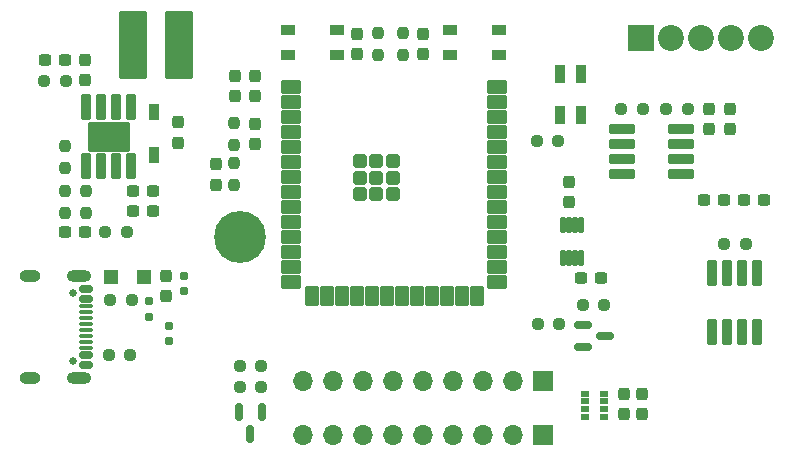
<source format=gbr>
%TF.GenerationSoftware,KiCad,Pcbnew,8.0.5*%
%TF.CreationDate,2024-09-28T10:08:31+02:00*%
%TF.ProjectId,Master,4d617374-6572-42e6-9b69-6361645f7063,rev?*%
%TF.SameCoordinates,Original*%
%TF.FileFunction,Soldermask,Top*%
%TF.FilePolarity,Negative*%
%FSLAX46Y46*%
G04 Gerber Fmt 4.6, Leading zero omitted, Abs format (unit mm)*
G04 Created by KiCad (PCBNEW 8.0.5) date 2024-09-28 10:08:31*
%MOMM*%
%LPD*%
G01*
G04 APERTURE LIST*
G04 Aperture macros list*
%AMRoundRect*
0 Rectangle with rounded corners*
0 $1 Rounding radius*
0 $2 $3 $4 $5 $6 $7 $8 $9 X,Y pos of 4 corners*
0 Add a 4 corners polygon primitive as box body*
4,1,4,$2,$3,$4,$5,$6,$7,$8,$9,$2,$3,0*
0 Add four circle primitives for the rounded corners*
1,1,$1+$1,$2,$3*
1,1,$1+$1,$4,$5*
1,1,$1+$1,$6,$7*
1,1,$1+$1,$8,$9*
0 Add four rect primitives between the rounded corners*
20,1,$1+$1,$2,$3,$4,$5,0*
20,1,$1+$1,$4,$5,$6,$7,0*
20,1,$1+$1,$6,$7,$8,$9,0*
20,1,$1+$1,$8,$9,$2,$3,0*%
G04 Aperture macros list end*
%ADD10RoundRect,0.237500X0.237500X-0.250000X0.237500X0.250000X-0.237500X0.250000X-0.237500X-0.250000X0*%
%ADD11C,0.650000*%
%ADD12RoundRect,0.150000X-0.425000X0.150000X-0.425000X-0.150000X0.425000X-0.150000X0.425000X0.150000X0*%
%ADD13RoundRect,0.075000X-0.500000X0.075000X-0.500000X-0.075000X0.500000X-0.075000X0.500000X0.075000X0*%
%ADD14O,2.100000X1.000000*%
%ADD15O,1.800000X1.000000*%
%ADD16R,1.200000X1.200000*%
%ADD17RoundRect,0.237500X-0.237500X0.300000X-0.237500X-0.300000X0.237500X-0.300000X0.237500X0.300000X0*%
%ADD18RoundRect,0.237500X0.237500X-0.300000X0.237500X0.300000X-0.237500X0.300000X-0.237500X-0.300000X0*%
%ADD19RoundRect,0.150000X-0.150000X0.587500X-0.150000X-0.587500X0.150000X-0.587500X0.150000X0.587500X0*%
%ADD20RoundRect,0.237500X-0.237500X0.287500X-0.237500X-0.287500X0.237500X-0.287500X0.237500X0.287500X0*%
%ADD21RoundRect,0.237500X0.300000X0.237500X-0.300000X0.237500X-0.300000X-0.237500X0.300000X-0.237500X0*%
%ADD22C,0.700000*%
%ADD23C,4.400000*%
%ADD24RoundRect,0.237500X-0.237500X0.250000X-0.237500X-0.250000X0.237500X-0.250000X0.237500X0.250000X0*%
%ADD25RoundRect,0.237500X-0.300000X-0.237500X0.300000X-0.237500X0.300000X0.237500X-0.300000X0.237500X0*%
%ADD26RoundRect,0.237500X-0.250000X-0.237500X0.250000X-0.237500X0.250000X0.237500X-0.250000X0.237500X0*%
%ADD27RoundRect,0.237500X0.250000X0.237500X-0.250000X0.237500X-0.250000X-0.237500X0.250000X-0.237500X0*%
%ADD28RoundRect,0.102000X-0.350000X0.600000X-0.350000X-0.600000X0.350000X-0.600000X0.350000X0.600000X0*%
%ADD29RoundRect,0.102000X0.250000X0.175000X-0.250000X0.175000X-0.250000X-0.175000X0.250000X-0.175000X0*%
%ADD30RoundRect,0.102000X0.200000X-0.240000X0.200000X0.240000X-0.200000X0.240000X-0.200000X-0.240000X0*%
%ADD31RoundRect,0.100500X0.301500X-0.986500X0.301500X0.986500X-0.301500X0.986500X-0.301500X-0.986500X0*%
%ADD32RoundRect,0.059250X-0.177750X0.602750X-0.177750X-0.602750X0.177750X-0.602750X0.177750X0.602750X0*%
%ADD33RoundRect,0.150000X-0.587500X-0.150000X0.587500X-0.150000X0.587500X0.150000X-0.587500X0.150000X0*%
%ADD34R,1.700000X1.700000*%
%ADD35O,1.700000X1.700000*%
%ADD36R,0.850000X1.600000*%
%ADD37RoundRect,0.100500X-0.986500X-0.301500X0.986500X-0.301500X0.986500X0.301500X-0.986500X0.301500X0*%
%ADD38RoundRect,0.102000X-0.750000X-0.450000X0.750000X-0.450000X0.750000X0.450000X-0.750000X0.450000X0*%
%ADD39RoundRect,0.102000X-0.450000X-0.750000X0.450000X-0.750000X0.450000X0.750000X-0.450000X0.750000X0*%
%ADD40RoundRect,0.102000X-0.450000X-0.450000X0.450000X-0.450000X0.450000X0.450000X-0.450000X0.450000X0*%
%ADD41RoundRect,0.102000X-0.200000X0.240000X-0.200000X-0.240000X0.200000X-0.240000X0.200000X0.240000X0*%
%ADD42RoundRect,0.102000X-0.525000X-0.325000X0.525000X-0.325000X0.525000X0.325000X-0.525000X0.325000X0*%
%ADD43RoundRect,0.100500X-0.301500X0.986500X-0.301500X-0.986500X0.301500X-0.986500X0.301500X0.986500X0*%
%ADD44RoundRect,0.102000X-1.650000X1.205000X-1.650000X-1.205000X1.650000X-1.205000X1.650000X1.205000X0*%
%ADD45RoundRect,0.102000X-1.075000X-2.750000X1.075000X-2.750000X1.075000X2.750000X-1.075000X2.750000X0*%
%ADD46R,2.200000X2.200000*%
%ADD47C,2.200000*%
G04 APERTURE END LIST*
D10*
%TO.C,R3*%
X55150000Y-44662500D03*
X55150000Y-42837500D03*
%TD*%
D11*
%TO.C,J1*%
X41507000Y-53804000D03*
X41507000Y-59584000D03*
D12*
X42582000Y-53494000D03*
X42582000Y-54294000D03*
D13*
X42582000Y-55444000D03*
X42582000Y-56444000D03*
X42582000Y-56944000D03*
X42582000Y-57944000D03*
D12*
X42582000Y-59094000D03*
X42582000Y-59894000D03*
X42582000Y-59894000D03*
X42582000Y-59094000D03*
D13*
X42582000Y-58444000D03*
X42582000Y-57444000D03*
X42582000Y-55944000D03*
X42582000Y-54944000D03*
D12*
X42582000Y-54294000D03*
X42582000Y-53494000D03*
D14*
X42007000Y-52374000D03*
D15*
X37827000Y-52374000D03*
D14*
X42007000Y-61014000D03*
D15*
X37827000Y-61014000D03*
%TD*%
D16*
%TO.C,D1*%
X47552000Y-52444000D03*
X44752000Y-52444000D03*
%TD*%
D17*
%TO.C,C1*%
X49400000Y-52337500D03*
X49400000Y-54062500D03*
%TD*%
D10*
%TO.C,R20*%
X40835000Y-43190500D03*
X40835000Y-41365500D03*
%TD*%
D18*
%TO.C,C13*%
X97104000Y-39918500D03*
X97104000Y-38193500D03*
%TD*%
%TO.C,C7*%
X56936000Y-37136000D03*
X56936000Y-35411000D03*
%TD*%
D19*
%TO.C,Q3*%
X57481500Y-63884500D03*
X55581500Y-63884500D03*
X56531500Y-65759500D03*
%TD*%
D20*
%TO.C,D5*%
X53600000Y-42875000D03*
X53600000Y-44625000D03*
%TD*%
D21*
%TO.C,C19*%
X96637500Y-45975000D03*
X94912500Y-45975000D03*
%TD*%
D18*
%TO.C,C6*%
X55188000Y-37136000D03*
X55188000Y-35411000D03*
%TD*%
D22*
%TO.C,H1*%
X57316000Y-49074000D03*
X56832726Y-50240726D03*
X56832726Y-47907274D03*
X55666000Y-50724000D03*
D23*
X55666000Y-49074000D03*
D22*
X55666000Y-47424000D03*
X54499274Y-50240726D03*
X54499274Y-47907274D03*
X54016000Y-49074000D03*
%TD*%
D24*
%TO.C,R6*%
X67293000Y-31810500D03*
X67293000Y-33635500D03*
%TD*%
D25*
%TO.C,C11*%
X84521500Y-52503000D03*
X86246500Y-52503000D03*
%TD*%
D26*
%TO.C,R16*%
X84662500Y-54800000D03*
X86487500Y-54800000D03*
%TD*%
D17*
%TO.C,C21*%
X50360000Y-39348000D03*
X50360000Y-41073000D03*
%TD*%
D27*
%TO.C,R13*%
X89762500Y-38225000D03*
X87937500Y-38225000D03*
%TD*%
D26*
%TO.C,R19*%
X44240500Y-48628000D03*
X46065500Y-48628000D03*
%TD*%
D28*
%TO.C,D7*%
X48328000Y-42161000D03*
X48328000Y-38461000D03*
%TD*%
D17*
%TO.C,C16*%
X83479000Y-44401500D03*
X83479000Y-46126500D03*
%TD*%
D29*
%TO.C,U5*%
X84850000Y-64275000D03*
X84850000Y-63625000D03*
X84850000Y-62975000D03*
X84850000Y-62325000D03*
X86450000Y-62325000D03*
X86450000Y-62975000D03*
X86450000Y-63625000D03*
X86450000Y-64275000D03*
%TD*%
D18*
%TO.C,C14*%
X88178000Y-64068500D03*
X88178000Y-62343500D03*
%TD*%
D30*
%TO.C,D2*%
X49650000Y-57885000D03*
X49650000Y-56565000D03*
%TD*%
%TO.C,D4*%
X50875000Y-53660000D03*
X50875000Y-52340000D03*
%TD*%
D31*
%TO.C,U7*%
X95595000Y-57070000D03*
X96865000Y-57070000D03*
X98135000Y-57070000D03*
X99405000Y-57070000D03*
X99405000Y-52130000D03*
X98135000Y-52130000D03*
X96865000Y-52130000D03*
X95595000Y-52130000D03*
%TD*%
D26*
%TO.C,R7*%
X80762500Y-40900000D03*
X82587500Y-40900000D03*
%TD*%
D17*
%TO.C,C8*%
X56936000Y-39475000D03*
X56936000Y-41200000D03*
%TD*%
D18*
%TO.C,C9*%
X71181000Y-33585500D03*
X71181000Y-31860500D03*
%TD*%
D24*
%TO.C,R22*%
X42613000Y-45175500D03*
X42613000Y-47000500D03*
%TD*%
D26*
%TO.C,R24*%
X55619000Y-59996000D03*
X57444000Y-59996000D03*
%TD*%
D32*
%TO.C,U2*%
X84483000Y-48038500D03*
X83983000Y-48038500D03*
X83483000Y-48038500D03*
X82983000Y-48038500D03*
X82983000Y-50848500D03*
X83483000Y-50848500D03*
X83983000Y-50848500D03*
X84483000Y-50848500D03*
%TD*%
D33*
%TO.C,Q2*%
X84700000Y-56500000D03*
X84700000Y-58400000D03*
X86575000Y-57450000D03*
%TD*%
D27*
%TO.C,R17*%
X57444000Y-61774000D03*
X55619000Y-61774000D03*
%TD*%
D18*
%TO.C,C12*%
X95326000Y-39918500D03*
X95326000Y-38193500D03*
%TD*%
D26*
%TO.C,R2*%
X44537500Y-59075000D03*
X46362500Y-59075000D03*
%TD*%
D24*
%TO.C,R23*%
X40835000Y-45175500D03*
X40835000Y-47000500D03*
%TD*%
D18*
%TO.C,C4*%
X42500035Y-35801455D03*
X42500035Y-34076455D03*
%TD*%
D10*
%TO.C,R4*%
X55158000Y-41250000D03*
X55158000Y-39425000D03*
%TD*%
D18*
%TO.C,C10*%
X65593000Y-33573000D03*
X65593000Y-31848000D03*
%TD*%
D25*
%TO.C,C18*%
X98287500Y-45950000D03*
X100012500Y-45950000D03*
%TD*%
D34*
%TO.C,J5*%
X81320000Y-65838000D03*
D35*
X78780000Y-65838000D03*
X76240000Y-65838000D03*
X73700000Y-65838000D03*
X71160000Y-65838000D03*
X68620000Y-65838000D03*
X66080000Y-65838000D03*
X63540000Y-65838000D03*
X61000000Y-65838000D03*
%TD*%
D26*
%TO.C,R14*%
X91712500Y-38250000D03*
X93537500Y-38250000D03*
%TD*%
D36*
%TO.C,D6*%
X84481000Y-35273000D03*
X82731000Y-35273000D03*
X82731000Y-38773000D03*
X84481000Y-38773000D03*
%TD*%
D25*
%TO.C,C5*%
X39112500Y-34047000D03*
X40837500Y-34047000D03*
%TD*%
%TO.C,C20*%
X40825271Y-48613035D03*
X42550271Y-48613035D03*
%TD*%
D37*
%TO.C,U3*%
X88030000Y-39945000D03*
X88030000Y-41215000D03*
X88030000Y-42485000D03*
X88030000Y-43755000D03*
X92970000Y-43755000D03*
X92970000Y-42485000D03*
X92970000Y-41215000D03*
X92970000Y-39945000D03*
%TD*%
D24*
%TO.C,R5*%
X69459000Y-31810500D03*
X69459000Y-33635500D03*
%TD*%
D26*
%TO.C,R1*%
X44642000Y-54434000D03*
X46467000Y-54434000D03*
%TD*%
D38*
%TO.C,U1*%
X59945000Y-36340000D03*
X59945000Y-37610000D03*
X59945000Y-38880000D03*
X59945000Y-40150000D03*
X59945000Y-41420000D03*
X59945000Y-42690000D03*
X59945000Y-43960000D03*
X59945000Y-45230000D03*
X59945000Y-46500000D03*
X59945000Y-47770000D03*
X59945000Y-49040000D03*
X59945000Y-50310000D03*
X59945000Y-51580000D03*
X59945000Y-52850000D03*
D39*
X61710000Y-54100000D03*
X62980000Y-54100000D03*
X64250000Y-54100000D03*
X65520000Y-54100000D03*
X66790000Y-54100000D03*
X68060000Y-54100000D03*
X69330000Y-54100000D03*
X70600000Y-54100000D03*
X71870000Y-54100000D03*
X73140000Y-54100000D03*
X74410000Y-54100000D03*
X75680000Y-54100000D03*
D38*
X77445000Y-52850000D03*
X77445000Y-51580000D03*
X77445000Y-50310000D03*
X77445000Y-49040000D03*
X77445000Y-47770000D03*
X77445000Y-46500000D03*
X77445000Y-45230000D03*
X77445000Y-43960000D03*
X77445000Y-42690000D03*
X77445000Y-41420000D03*
X77445000Y-40150000D03*
X77445000Y-38880000D03*
X77445000Y-37610000D03*
X77445000Y-36340000D03*
D40*
X65795000Y-42660000D03*
X67195000Y-42660000D03*
X68595000Y-42660000D03*
X65795000Y-44060000D03*
X67195000Y-44060000D03*
X68595000Y-44060000D03*
X65795000Y-45460000D03*
X67195000Y-45460000D03*
X68595000Y-45460000D03*
%TD*%
D41*
%TO.C,D3*%
X47925000Y-54502500D03*
X47925000Y-55822500D03*
%TD*%
D42*
%TO.C,SW1*%
X73446000Y-31548000D03*
X77596000Y-31548000D03*
X73446000Y-33698000D03*
X77596000Y-33698000D03*
%TD*%
D26*
%TO.C,R18*%
X80836500Y-56434000D03*
X82661500Y-56434000D03*
%TD*%
D42*
%TO.C,SW2*%
X59696000Y-31548000D03*
X63846000Y-31548000D03*
X59696000Y-33698000D03*
X63846000Y-33698000D03*
%TD*%
D34*
%TO.C,J6*%
X81320000Y-61266000D03*
D35*
X78780000Y-61266000D03*
X76240000Y-61266000D03*
X73700000Y-61266000D03*
X71160000Y-61266000D03*
X68620000Y-61266000D03*
X66080000Y-61266000D03*
X63540000Y-61266000D03*
X61000000Y-61266000D03*
%TD*%
D43*
%TO.C,U9*%
X46423000Y-38090000D03*
X45153000Y-38090000D03*
X43883000Y-38090000D03*
X42613000Y-38090000D03*
X42613000Y-43040000D03*
X43883000Y-43040000D03*
X45153000Y-43040000D03*
X46423000Y-43040000D03*
D44*
X44518000Y-40565000D03*
%TD*%
D26*
%TO.C,R15*%
X96662500Y-49650000D03*
X98487500Y-49650000D03*
%TD*%
D45*
%TO.C,L1*%
X46625000Y-32775000D03*
X50475000Y-32775000D03*
%TD*%
D46*
%TO.C,J2*%
X89620000Y-32200000D03*
D47*
X92160000Y-32200000D03*
X94700000Y-32200000D03*
X97240000Y-32200000D03*
X99780000Y-32200000D03*
%TD*%
D25*
%TO.C,C2*%
X46550000Y-45159000D03*
X48275000Y-45159000D03*
%TD*%
%TO.C,C3*%
X46550000Y-46850000D03*
X48275000Y-46850000D03*
%TD*%
D18*
%TO.C,C15*%
X89725000Y-64062500D03*
X89725000Y-62337500D03*
%TD*%
D27*
%TO.C,R21*%
X40887500Y-35825000D03*
X39062500Y-35825000D03*
%TD*%
M02*

</source>
